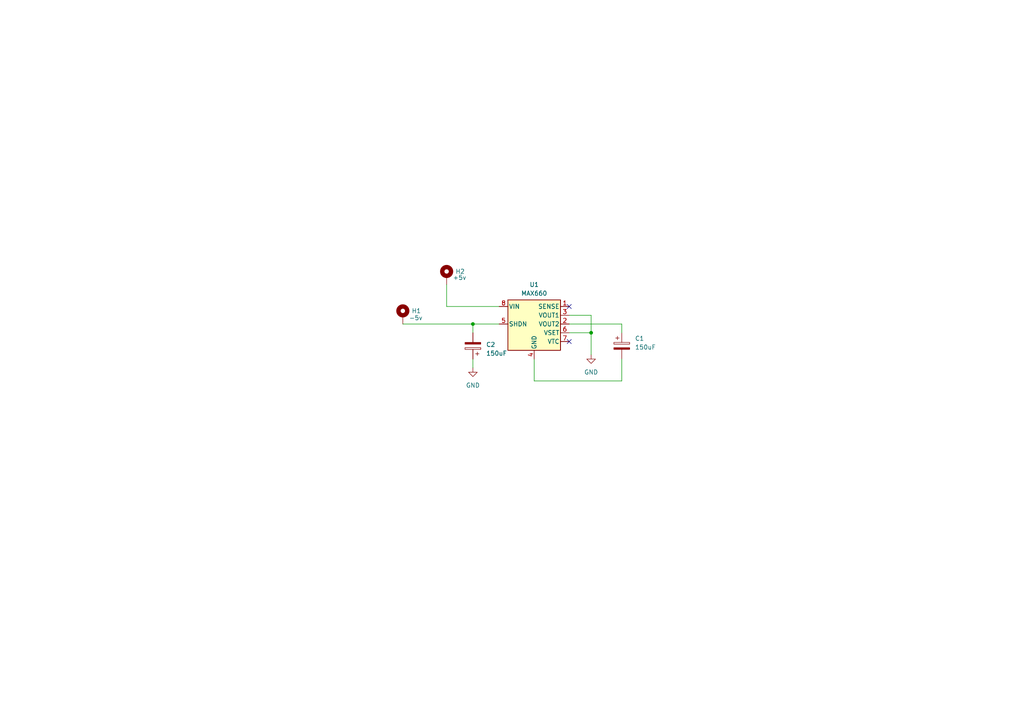
<source format=kicad_sch>
(kicad_sch (version 20231120) (generator "eeschema") (generator_version "8.0")
  (paper "A4")
  (lib_symbols
    (symbol "Device:C_Polarized" (pin_numbers hide) (pin_names (offset 0.254))
      (property "Reference" "C" (at 0.635 2.54 0))
      (property "Value" "C_Polarized" (at 0.635 -2.54 0))
      (symbol "C_Polarized_0_1"
        (rectangle (start -2.286 0.508) (end 2.286 1.016))
        (polyline (pts (xy -1.778 2.286) (xy -0.762 2.286)))
        (polyline (pts (xy -1.27 2.794) (xy -1.27 1.778)))
        (rectangle (start 2.286 -0.508) (end -2.286 -1.016) (fill (type outline)))
      )
      (symbol "C_Polarized_1_1"
        (pin passive line (at 0 3.81 270) (length 2.794) (name "~") (number "1"))
        (pin passive line (at 0 -3.81 90) (length 2.794) (name "~") (number "2"))
      )
    )
    (symbol "Mechanical:MountingHole_Pad" (pin_numbers hide) (pin_names (offset 1.016) hide)
      (property "Reference" "H" (at 0 6.35 0))
      (property "Value" "MountingHole_Pad" (at 0 4.445 0))
      (symbol "MountingHole_Pad_0_1"
        (circle (center 0 1.27) (radius 1.27) (stroke (width 1.27)))
      )
      (symbol "MountingHole_Pad_1_1"
        (pin input line (at 0 -2.54 90) (length 2.54) (name "1") (number "1"))
      )
    )
    (symbol "Regulator_Linear:MAX663" (pin_names (offset 0.254))
      (property "Reference" "U" (at -6.35 8.255 0))
      (property "Value" "MAX663" (at 0 8.255 0))
      (symbol "MAX663_0_1"
        (rectangle (start -7.62 -7.62) (end 7.62 6.985) (stroke (width 0.254)) (fill (type background)))
      )
      (symbol "MAX663_1_1"
        (pin input line (at 10.16 5.08 180) (length 2.54) (name "SENSE") (number "1"))
        (pin power_out line (at 10.16 0 180) (length 2.54) (name "VOUT2") (number "2"))
        (pin power_out line (at 10.16 2.54 180) (length 2.54) (name "VOUT1") (number "3"))
        (pin power_in line (at 0 -10.16 90) (length 2.54) (name "GND") (number "4"))
        (pin input line (at -10.16 0 0) (length 2.54) (name "SHDN") (number "5"))
        (pin input line (at 10.16 -2.54 180) (length 2.54) (name "VSET") (number "6"))
        (pin output line (at 10.16 -5.08 180) (length 2.54) (name "VTC") (number "7"))
        (pin power_in line (at -10.16 5.08 0) (length 2.54) (name "VIN") (number "8"))
      )
    )
    (symbol "power:GND" (power) (pin_names (offset 0))
      (property "Value" "GND" (at 0 -3.81 0))
      (symbol "GND_0_1"
        (polyline (pts (xy 0 0) (xy 0 -1.27) (xy 1.27 -1.27) (xy 0 -2.54) (xy -1.27 -1.27) (xy 0 -1.27)))
      )
      (symbol "GND_1_1"
        (pin power_in line (at 0 0 270) (length 0) hide (name "GND") (number "1"))
      )
    )
  )
  (junction (at 137.16 93.98))
  (junction (at 171.45 96.52))
  (no_connect (at 165.1 88.9))
  (no_connect (at 165.1 99.06))
  (wire (pts (xy 180.34 110.49) (xy 180.34 104.14)))
  (wire (pts (xy 116.84 93.98) (xy 137.16 93.98)))
  (wire (pts (xy 154.94 110.49) (xy 180.34 110.49)))
  (wire (pts (xy 165.1 91.44) (xy 171.45 91.44)))
  (wire (pts (xy 137.16 93.98) (xy 137.16 96.52)))
  (wire (pts (xy 165.1 96.52) (xy 171.45 96.52)))
  (wire (pts (xy 154.94 104.14) (xy 154.94 110.49)))
  (wire (pts (xy 171.45 91.44) (xy 171.45 96.52)))
  (wire (pts (xy 129.54 88.9) (xy 144.78 88.9)))
  (wire (pts (xy 165.1 93.98) (xy 180.34 93.98)))
  (wire (pts (xy 137.16 104.14) (xy 137.16 106.68)))
  (wire (pts (xy 144.78 93.98) (xy 137.16 93.98)))
  (wire (pts (xy 129.54 82.55) (xy 129.54 88.9)))
  (wire (pts (xy 171.45 96.52) (xy 171.45 102.87)))
  (wire (pts (xy 180.34 93.98) (xy 180.34 96.52)))
  (symbol (lib_id "Device:C_Polarized") (at 137.16 100.33 180) (unit 1)
    (property "Reference" "C2" (at 140.97 99.949 0) (effects (justify right)))
    (property "Value" "150uF" (at 140.97 102.489 0) (effects (justify right)))
    (property "Footprint" "Capacitor_SMD:C_1206_3216Metric_Pad1.33x1.80mm_HandSolder" (effects (hide yes)))
  )
  (symbol (lib_id "power:GND") (at 137.16 106.68 0) (unit 1)
    (property "Reference" "#PWR03" (effects (hide yes)))
    (property "Value" "GND" (at 137.16 111.76 0))
  )
  (symbol (lib_id "power:GND") (at 171.45 102.87 0) (unit 1)
    (property "Reference" "#PWR01" (effects (hide yes)))
    (property "Value" "GND" (at 171.45 107.95 0))
  )
  (symbol (lib_id "Regulator_Linear:MAX663") (at 154.94 93.98 0) (unit 1)
    (property "Reference" "U1" (at 154.94 82.55 0))
    (property "Value" "MAX660" (at 154.94 85.09 0))
    (property "Footprint" "Package_SO:SOIC-8_3.9x4.9mm_P1.27mm" (effects (hide yes)))
    (property "Datasheet" "http://pdfserv.maximintegrated.com/en/ds/MAX663-MAX666.pdf" (effects (hide yes)))
  )
  (symbol (lib_id "Mechanical:MountingHole_Pad") (at 116.84 91.44 0) (unit 1)
    (property "Reference" "H1" (at 119.38 90.17 0) (effects (justify left)))
    (property "Value" "-5v" (at 118.618 92.202 0) (effects (justify left)))
    (property "Footprint" "MountingHole:MountingHole_2.2mm_M2_DIN965_Pad" (effects (hide yes)))
  )
  (symbol (lib_id "Mechanical:MountingHole_Pad") (at 129.54 80.01 0) (unit 1)
    (property "Reference" "H2" (at 132.08 78.74 0) (effects (justify left)))
    (property "Value" "+5v" (at 131.318 80.518 0) (effects (justify left)))
    (property "Footprint" "MountingHole:MountingHole_2.2mm_M2_DIN965_Pad" (effects (hide yes)))
  )
  (symbol (lib_id "Device:C_Polarized") (at 180.34 100.33 0) (unit 1)
    (property "Reference" "C1" (at 184.15 98.171 0) (effects (justify left)))
    (property "Value" "150uF" (at 184.15 100.711 0) (effects (justify left)))
    (property "Footprint" "Capacitor_SMD:C_1206_3216Metric_Pad1.33x1.80mm_HandSolder" (effects (hide yes)))
  )
)
</source>
